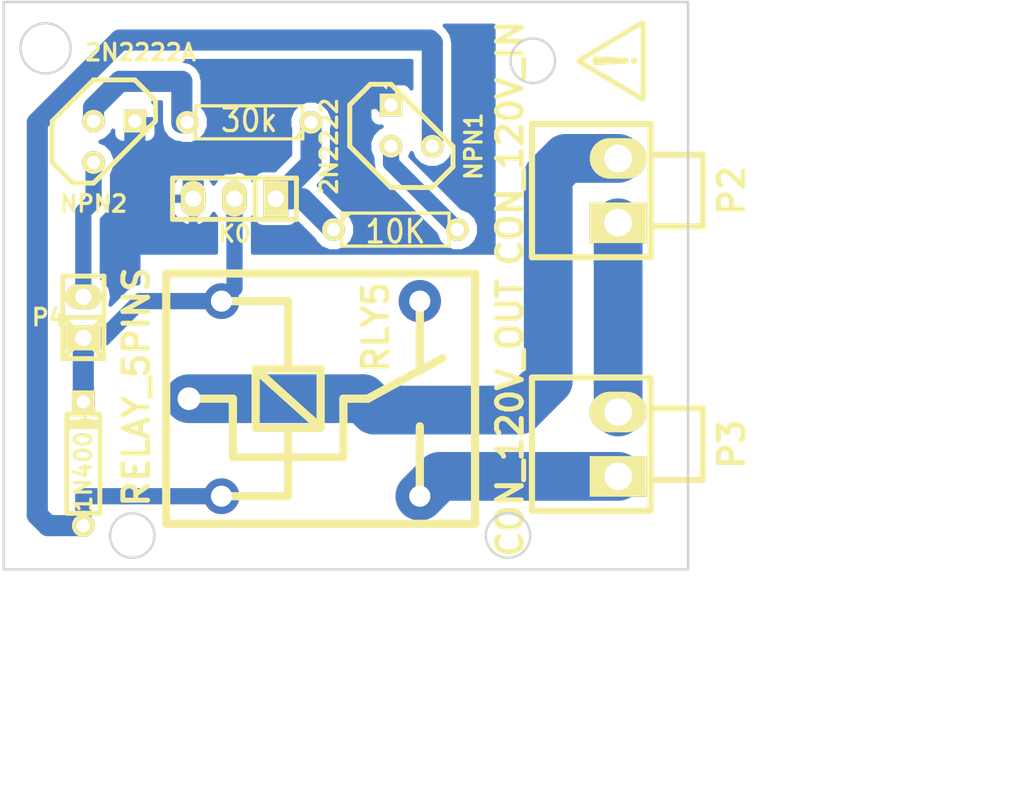
<source format=kicad_pcb>
(kicad_pcb (version 4) (host pcbnew 4.0.2+dfsg1-stable)

  (general
    (links 15)
    (no_connects 0)
    (area 113.424999 25.524999 155.675001 60.575001)
    (thickness 1.6)
    (drawings 10)
    (tracks 54)
    (zones 0)
    (modules 11)
    (nets 11)
  )

  (page A3)
  (layers
    (0 F.Cu signal hide)
    (31 B.Cu signal)
    (32 B.Adhes user)
    (33 F.Adhes user)
    (34 B.Paste user)
    (35 F.Paste user)
    (36 B.SilkS user)
    (37 F.SilkS user)
    (38 B.Mask user)
    (39 F.Mask user)
    (40 Dwgs.User user)
    (41 Cmts.User user)
    (42 Eco1.User user)
    (43 Eco2.User user)
    (44 Edge.Cuts user)
  )

  (setup
    (last_trace_width 1.3)
    (trace_clearance 0.256)
    (zone_clearance 0.508)
    (zone_45_only no)
    (trace_min 0.254)
    (segment_width 0.2)
    (edge_width 0.15)
    (via_size 0.889)
    (via_drill 0.635)
    (via_min_size 0.889)
    (via_min_drill 0.508)
    (uvia_size 0.508)
    (uvia_drill 0.127)
    (uvias_allowed no)
    (uvia_min_size 0.508)
    (uvia_min_drill 0.127)
    (pcb_text_width 0.3)
    (pcb_text_size 1 1)
    (mod_edge_width 0.15)
    (mod_text_size 1 1)
    (mod_text_width 0.15)
    (pad_size 1 1)
    (pad_drill 0.6)
    (pad_to_mask_clearance 0)
    (aux_axis_origin 0 0)
    (visible_elements 7FFFFFFF)
    (pcbplotparams
      (layerselection 0x00030_80000001)
      (usegerberextensions true)
      (excludeedgelayer true)
      (linewidth 0.150000)
      (plotframeref false)
      (viasonmask false)
      (mode 1)
      (useauxorigin false)
      (hpglpennumber 1)
      (hpglpenspeed 20)
      (hpglpendiameter 15)
      (hpglpenoverlay 2)
      (psnegative false)
      (psa4output false)
      (plotreference true)
      (plotvalue true)
      (plotinvisibletext false)
      (padsonsilk false)
      (subtractmaskfromsilk false)
      (outputformat 1)
      (mirror false)
      (drillshape 1)
      (scaleselection 1)
      (outputdirectory ""))
  )

  (net 0 "")
  (net 1 GND)
  (net 2 IN)
  (net 3 N-000001)
  (net 4 N-0000010)
  (net 5 N-0000011)
  (net 6 N-000002)
  (net 7 N-000004)
  (net 8 N-000005)
  (net 9 N-000009)
  (net 10 VCC)

  (net_class Default "This is the default net class."
    (clearance 0.256)
    (trace_width 1.3)
    (via_dia 0.889)
    (via_drill 0.635)
    (uvia_dia 0.508)
    (uvia_drill 0.127)
    (add_net GND)
    (add_net IN)
    (add_net N-000001)
    (add_net N-0000010)
    (add_net N-0000011)
    (add_net N-000002)
    (add_net N-000004)
    (add_net N-000005)
    (add_net N-000009)
    (add_net VCC)
  )

  (module TO92 (layer F.Cu) (tedit 443CFFD1) (tstamp 56B8C2CE)
    (at 138.6 33.2 90)
    (descr "Transistor TO92 brochage type BC237")
    (tags "TR TO92")
    (path /56B55C3A)
    (fp_text reference NPN1 (at -1.27 3.81 90) (layer F.SilkS)
      (effects (font (size 1.016 1.016) (thickness 0.2032)))
    )
    (fp_text value 2N2222 (at -1.27 -5.08 90) (layer F.SilkS)
      (effects (font (size 1.016 1.016) (thickness 0.2032)))
    )
    (fp_line (start -1.27 2.54) (end 2.54 -1.27) (layer F.SilkS) (width 0.3048))
    (fp_line (start 2.54 -1.27) (end 2.54 -2.54) (layer F.SilkS) (width 0.3048))
    (fp_line (start 2.54 -2.54) (end 1.27 -3.81) (layer F.SilkS) (width 0.3048))
    (fp_line (start 1.27 -3.81) (end -1.27 -3.81) (layer F.SilkS) (width 0.3048))
    (fp_line (start -1.27 -3.81) (end -3.81 -1.27) (layer F.SilkS) (width 0.3048))
    (fp_line (start -3.81 -1.27) (end -3.81 1.27) (layer F.SilkS) (width 0.3048))
    (fp_line (start -3.81 1.27) (end -2.54 2.54) (layer F.SilkS) (width 0.3048))
    (fp_line (start -2.54 2.54) (end -1.27 2.54) (layer F.SilkS) (width 0.3048))
    (pad 1 thru_hole rect (at 1.27 -1.27 90) (size 1.397 1.397) (drill 0.8128) (layers *.Cu *.Mask F.SilkS)
      (net 1 GND))
    (pad 2 thru_hole circle (at -1.27 -1.27 90) (size 1.397 1.397) (drill 0.8128) (layers *.Cu *.Mask F.SilkS)
      (net 8 N-000005))
    (pad 3 thru_hole circle (at -1.27 1.27 90) (size 1.397 1.397) (drill 0.8128) (layers *.Cu *.Mask F.SilkS)
      (net 5 N-0000011))
    (model discret/to98.wrl
      (at (xyz 0 0 0))
      (scale (xyz 1 1 1))
      (rotate (xyz 0 0 0))
    )
  )

  (module TO92 (layer F.Cu) (tedit 573F2A55) (tstamp 56BBA9EB)
    (at 120.3 34.2)
    (descr "Transistor TO92 brochage type BC237")
    (tags "TR TO92")
    (path /56B55D28)
    (fp_text reference NPN2 (at -1.27 3.81) (layer F.SilkS)
      (effects (font (size 1.016 1.016) (thickness 0.2032)))
    )
    (fp_text value 2N2222A (at 1.62 -5.498) (layer F.SilkS)
      (effects (font (size 1.016 1.016) (thickness 0.2032)))
    )
    (fp_line (start -1.27 2.54) (end 2.54 -1.27) (layer F.SilkS) (width 0.3048))
    (fp_line (start 2.54 -1.27) (end 2.54 -2.54) (layer F.SilkS) (width 0.3048))
    (fp_line (start 2.54 -2.54) (end 1.27 -3.81) (layer F.SilkS) (width 0.3048))
    (fp_line (start 1.27 -3.81) (end -1.27 -3.81) (layer F.SilkS) (width 0.3048))
    (fp_line (start -1.27 -3.81) (end -3.81 -1.27) (layer F.SilkS) (width 0.3048))
    (fp_line (start -3.81 -1.27) (end -3.81 1.27) (layer F.SilkS) (width 0.3048))
    (fp_line (start -3.81 1.27) (end -2.54 2.54) (layer F.SilkS) (width 0.3048))
    (fp_line (start -2.54 2.54) (end -1.27 2.54) (layer F.SilkS) (width 0.3048))
    (pad 1 thru_hole rect (at 1.27 -1.27) (size 1.397 1.397) (drill 0.8128) (layers *.Cu *.Mask F.SilkS)
      (net 1 GND))
    (pad 2 thru_hole circle (at -1.27 -1.27) (size 1.397 1.397) (drill 0.8128) (layers *.Cu *.Mask F.SilkS)
      (net 7 N-000004))
    (pad 3 thru_hole circle (at -1.27 1.27) (size 1.397 1.397) (drill 0.8128) (layers *.Cu *.Mask F.SilkS)
      (net 6 N-000002))
    (model discret/to98.wrl
      (at (xyz 0 0 0))
      (scale (xyz 1 1 1))
      (rotate (xyz 0 0 0))
    )
  )

  (module relay_hjr-3ff_z (layer F.Cu) (tedit 573F2BBF) (tstamp 56B8C2FB)
    (at 133 50 90)
    (descr "relay, Tianbo HJR-3FF series")
    (path /56B6242E)
    (fp_text reference RLY5 (at 4.407 3.398 90) (layer F.SilkS)
      (effects (font (thickness 0.3048)))
    )
    (fp_text value RELAY_5PINS (at 0.724 -11.334 90) (layer F.SilkS)
      (effects (font (thickness 0.3048)))
    )
    (fp_line (start -7.7 9.5) (end 7.7 9.5) (layer F.SilkS) (width 0.508))
    (fp_line (start -7.7 -9.5) (end -7.7 9.5) (layer F.SilkS) (width 0.508))
    (fp_line (start 7.7 -9.5) (end 7.7 9.5) (layer F.SilkS) (width 0.508))
    (fp_line (start -7.7 -9.5) (end 7.7 -9.5) (layer F.SilkS) (width 0.508))
    (fp_line (start -1.7 6.1) (end -6 6.1) (layer F.SilkS) (width 0.508))
    (fp_line (start 6 6.1) (end 1.7 6.1) (layer F.SilkS) (width 0.508))
    (fp_line (start 0 1.4) (end 0 2.9) (layer F.SilkS) (width 0.508))
    (fp_line (start 0 2.9) (end 2.5 7.5) (layer F.SilkS) (width 0.508))
    (fp_line (start -3.6 1.4) (end -3.6 -5.4) (layer F.SilkS) (width 0.508))
    (fp_line (start 0 1.4) (end -3.6 1.4) (layer F.SilkS) (width 0.508))
    (fp_line (start 0 -8.1) (end 0 -5.4) (layer F.SilkS) (width 0.508))
    (fp_line (start 0 -5.4) (end -3.6 -5.4) (layer F.SilkS) (width 0.508))
    (fp_line (start -6 -6.1) (end -6 -2) (layer F.SilkS) (width 0.508))
    (fp_line (start 6 -6.1) (end 6 -2) (layer F.SilkS) (width 0.508))
    (fp_line (start 6 -2) (end 1.8 -2) (layer F.SilkS) (width 0.508))
    (fp_line (start -1.8 -2) (end -6 -2) (layer F.SilkS) (width 0.508))
    (fp_line (start -1.8 0) (end 1.8 -4) (layer F.SilkS) (width 0.508))
    (fp_line (start -1.8 -4) (end 1.8 -4) (layer F.SilkS) (width 0.508))
    (fp_line (start 1.8 -4) (end 1.8 0) (layer F.SilkS) (width 0.508))
    (fp_line (start 1.8 0) (end -1.8 0) (layer F.SilkS) (width 0.508))
    (fp_line (start -1.8 0) (end -1.8 -4) (layer F.SilkS) (width 0.508))
    (pad 2 thru_hole circle (at -6 -6.1 90) (size 2.2 2.2) (drill 1.3) (layers *.Cu)
      (net 5 N-0000011))
    (pad 3 thru_hole circle (at -6 6.1 90) (size 2.6 2.6) (drill 1.3) (layers *.Cu)
      (net 4 N-0000010))
    (pad 4 thru_hole circle (at 6 6.1 90) (size 2.6 2.6) (drill 1.3) (layers *.Cu))
    (pad 5 thru_hole circle (at 6 -6.1 90) (size 2.2 2.2) (drill 1.3) (layers *.Cu)
      (net 10 VCC))
    (pad 1 thru_hole circle (at 0 -8.1 90) (size 2.8 2.8) (drill 1.4) (layers *.Cu)
      (net 9 N-000009))
    (model walter/relay/relay_HJR-3FF_Z.wrl
      (at (xyz 0 0 0))
      (scale (xyz 1 1 1))
      (rotate (xyz 0 0 0))
    )
  )

  (module R3 (layer F.Cu) (tedit 56B8D273) (tstamp 56B8CECB)
    (at 137.6 39.6)
    (descr "Resitance 3 pas")
    (tags R)
    (path /56B55C5C)
    (autoplace_cost180 10)
    (fp_text reference R1 (at 0 0.127) (layer F.SilkS) hide
      (effects (font (size 1.397 1.27) (thickness 0.2032)))
    )
    (fp_text value 10K (at 0 0.127) (layer F.SilkS)
      (effects (font (size 1.397 1.27) (thickness 0.2032)))
    )
    (fp_line (start -3.81 0) (end -3.302 0) (layer F.SilkS) (width 0.2032))
    (fp_line (start 3.81 0) (end 3.302 0) (layer F.SilkS) (width 0.2032))
    (fp_line (start 3.302 0) (end 3.302 -1.016) (layer F.SilkS) (width 0.2032))
    (fp_line (start 3.302 -1.016) (end -3.302 -1.016) (layer F.SilkS) (width 0.2032))
    (fp_line (start -3.302 -1.016) (end -3.302 1.016) (layer F.SilkS) (width 0.2032))
    (fp_line (start -3.302 1.016) (end 3.302 1.016) (layer F.SilkS) (width 0.2032))
    (fp_line (start 3.302 1.016) (end 3.302 0) (layer F.SilkS) (width 0.2032))
    (fp_line (start -3.302 -0.508) (end -2.794 -1.016) (layer F.SilkS) (width 0.2032))
    (pad 1 thru_hole circle (at -3.81 0) (size 1.397 1.397) (drill 0.8128) (layers *.Cu *.Mask F.SilkS)
      (net 2 IN))
    (pad 2 thru_hole circle (at 3.81 0) (size 1.397 1.397) (drill 0.8128) (layers *.Cu *.Mask F.SilkS)
      (net 8 N-000005))
    (model discret/resistor.wrl
      (at (xyz 0 0 0))
      (scale (xyz 0.3 0.3 0.3))
      (rotate (xyz 0 0 0))
    )
  )

  (module R3 (layer F.Cu) (tedit 56B8CF96) (tstamp 56BBA9FA)
    (at 128.6 33 180)
    (descr "Resitance 3 pas")
    (tags R)
    (path /56B55D5C)
    (autoplace_cost180 10)
    (fp_text reference R2 (at 0 0.127 180) (layer F.SilkS) hide
      (effects (font (size 1.397 1.27) (thickness 0.2032)))
    )
    (fp_text value 30k (at 0 0.127 180) (layer F.SilkS)
      (effects (font (size 1.397 1.27) (thickness 0.2032)))
    )
    (fp_line (start -3.81 0) (end -3.302 0) (layer F.SilkS) (width 0.2032))
    (fp_line (start 3.81 0) (end 3.302 0) (layer F.SilkS) (width 0.2032))
    (fp_line (start 3.302 0) (end 3.302 -1.016) (layer F.SilkS) (width 0.2032))
    (fp_line (start 3.302 -1.016) (end -3.302 -1.016) (layer F.SilkS) (width 0.2032))
    (fp_line (start -3.302 -1.016) (end -3.302 1.016) (layer F.SilkS) (width 0.2032))
    (fp_line (start -3.302 1.016) (end 3.302 1.016) (layer F.SilkS) (width 0.2032))
    (fp_line (start 3.302 1.016) (end 3.302 0) (layer F.SilkS) (width 0.2032))
    (fp_line (start -3.302 -0.508) (end -2.794 -1.016) (layer F.SilkS) (width 0.2032))
    (pad 1 thru_hole circle (at -3.81 0 180) (size 1.397 1.397) (drill 0.8128) (layers *.Cu *.Mask F.SilkS)
      (net 2 IN))
    (pad 2 thru_hole circle (at 3.81 0 180) (size 1.397 1.397) (drill 0.8128) (layers *.Cu *.Mask F.SilkS)
      (net 7 N-000004))
    (model discret/resistor.wrl
      (at (xyz 0 0 0))
      (scale (xyz 0.3 0.3 0.3))
      (rotate (xyz 0 0 0))
    )
  )

  (module pin_socket_3 (layer F.Cu) (tedit 4B90E017) (tstamp 56B8C323)
    (at 127.7 37.7 180)
    (descr "Pin socket 3pin")
    (tags "CONN DEV")
    (path /56B54A31)
    (fp_text reference K0 (at 0 -2.159 180) (layer F.SilkS)
      (effects (font (size 1.016 1.016) (thickness 0.2032)))
    )
    (fp_text value CONN_3 (at 0.254 -3.556 180) (layer F.SilkS) hide
      (effects (font (size 1.016 0.889) (thickness 0.2032)))
    )
    (fp_line (start -1.27 1.27) (end -1.27 -1.27) (layer F.SilkS) (width 0.3048))
    (fp_line (start -3.81 -1.27) (end 3.81 -1.27) (layer F.SilkS) (width 0.3048))
    (fp_line (start 3.81 -1.27) (end 3.81 1.27) (layer F.SilkS) (width 0.3048))
    (fp_line (start 3.81 1.27) (end -3.81 1.27) (layer F.SilkS) (width 0.3048))
    (fp_line (start -3.81 1.27) (end -3.81 -1.27) (layer F.SilkS) (width 0.3048))
    (pad 1 thru_hole rect (at -2.54 0 180) (size 1.524 2.19964) (drill 1.00076) (layers *.Cu *.Mask F.SilkS)
      (net 2 IN))
    (pad 2 thru_hole oval (at 0 0 180) (size 1.524 2.19964) (drill 1.00076) (layers *.Cu *.Mask F.SilkS)
      (net 10 VCC))
    (pad 3 thru_hole oval (at 2.54 0 180) (size 1.524 2.19964) (drill 1.00076) (layers *.Cu *.Mask F.SilkS)
      (net 1 GND))
    (model walter/pin_strip/pin_socket_3.wrl
      (at (xyz 0 0 0))
      (scale (xyz 1 1 1))
      (rotate (xyz 0 0 0))
    )
  )

  (module pin_socket_2 (layer F.Cu) (tedit 56B8D636) (tstamp 56B8CDA0)
    (at 118.4 45 90)
    (descr "Pin socket 2pin")
    (tags "CONN DEV")
    (path /56B55E8F)
    (fp_text reference P4 (at 0 -2.159 180) (layer F.SilkS)
      (effects (font (size 1.016 1.016) (thickness 0.2032)))
    )
    (fp_text value CONN_2 (at 0.254 -3.556 90) (layer F.SilkS) hide
      (effects (font (size 1.016 0.889) (thickness 0.2032)))
    )
    (fp_line (start 0 -1.27) (end 0 1.27) (layer F.SilkS) (width 0.3048))
    (fp_line (start 0 1.27) (end -2.54 -1.27) (layer F.SilkS) (width 0.3048))
    (fp_line (start -2.54 1.27) (end 0 -1.27) (layer F.SilkS) (width 0.3048))
    (fp_line (start 2.54 1.27) (end -2.54 1.27) (layer F.SilkS) (width 0.3048))
    (fp_line (start -2.54 -1.27) (end 2.54 -1.27) (layer F.SilkS) (width 0.3048))
    (fp_line (start -2.54 1.27) (end -2.54 -1.27) (layer F.SilkS) (width 0.3048))
    (fp_line (start 2.54 -1.27) (end 2.54 1.27) (layer F.SilkS) (width 0.3048))
    (pad 1 thru_hole rect (at -1.27 0 90) (size 1.524 2.19964) (drill 1.00076) (layers *.Cu *.Mask F.SilkS)
      (net 10 VCC))
    (pad 2 thru_hole oval (at 1.27 0 90) (size 1.524 2.19964) (drill 1.00076) (layers *.Cu *.Mask F.SilkS)
      (net 6 N-000002))
    (model walter/pin_strip/pin_socket_2.wrl
      (at (xyz 0 0 0))
      (scale (xyz 1 1 1))
      (rotate (xyz 0 0 0))
    )
  )

  (module kk156_26-60-4020 (layer F.Cu) (tedit 572FA149) (tstamp 56B8C33D)
    (at 151.3 52.8 270)
    (descr "2 pin vert. connector, Molex KK156 series")
    (path /56B55B87)
    (fp_text reference P3 (at 0 -7 270) (layer F.SilkS)
      (effects (font (thickness 0.3048)))
    )
    (fp_text value CON_120V_OUT (at -1.619 6.647 270) (layer F.SilkS)
      (effects (font (thickness 0.3048)))
    )
    (fp_line (start -2.2 -2) (end -2.2 -5.2) (layer F.SilkS) (width 0.381))
    (fp_line (start -2.2 -5.2) (end 2.2 -5.2) (layer F.SilkS) (width 0.381))
    (fp_line (start 2.2 -5.2) (end 2.2 -2) (layer F.SilkS) (width 0.381))
    (fp_line (start -4.1 5.3) (end 4.1 5.3) (layer F.SilkS) (width 0.381))
    (fp_line (start -4.1 -2) (end 4.1 -2) (layer F.SilkS) (width 0.381))
    (fp_line (start 4.1 -2) (end 4.1 5.3) (layer F.SilkS) (width 0.381))
    (fp_line (start -4.1 5.3) (end -4.1 -2) (layer F.SilkS) (width 0.381))
    (pad 2 thru_hole oval (at -1.98 0 270) (size 2.5 3.5) (drill 1.7) (layers *.Cu *.Mask F.SilkS)
      (net 3 N-000001))
    (pad 1 thru_hole rect (at 1.98 0 270) (size 2.5 3.5) (drill 1.7) (layers *.Cu *.Mask F.SilkS)
      (net 4 N-0000010))
    (model walter/conn_kk156/26-60-4020.wrl
      (at (xyz 0 0 0))
      (scale (xyz 1 1 1))
      (rotate (xyz 0 0 0))
    )
  )

  (module kk156_26-60-4020 (layer F.Cu) (tedit 572FA141) (tstamp 56B8C85A)
    (at 151.3 37.2 270)
    (descr "2 pin vert. connector, Molex KK156 series")
    (path /56B55B96)
    (fp_text reference P2 (at 0 -7 270) (layer F.SilkS)
      (effects (font (thickness 0.3048)))
    )
    (fp_text value CON_120V_IN (at -2.91 6.647 270) (layer F.SilkS)
      (effects (font (thickness 0.3048)))
    )
    (fp_line (start -2.2 -2) (end -2.2 -5.2) (layer F.SilkS) (width 0.381))
    (fp_line (start -2.2 -5.2) (end 2.2 -5.2) (layer F.SilkS) (width 0.381))
    (fp_line (start 2.2 -5.2) (end 2.2 -2) (layer F.SilkS) (width 0.381))
    (fp_line (start -4.1 5.3) (end 4.1 5.3) (layer F.SilkS) (width 0.381))
    (fp_line (start -4.1 -2) (end 4.1 -2) (layer F.SilkS) (width 0.381))
    (fp_line (start 4.1 -2) (end 4.1 5.3) (layer F.SilkS) (width 0.381))
    (fp_line (start -4.1 5.3) (end -4.1 -2) (layer F.SilkS) (width 0.381))
    (pad 2 thru_hole oval (at -1.98 0 270) (size 2.5 3.5) (drill 1.7) (layers *.Cu *.Mask F.SilkS)
      (net 9 N-000009))
    (pad 1 thru_hole rect (at 1.98 0 270) (size 2.5 3.5) (drill 1.7) (layers *.Cu *.Mask F.SilkS)
      (net 3 N-000001))
    (model walter/conn_kk156/26-60-4020.wrl
      (at (xyz 0 0 0))
      (scale (xyz 1 1 1))
      (rotate (xyz 0 0 0))
    )
  )

  (module D3 (layer F.Cu) (tedit 56B8CD32) (tstamp 56B8D15C)
    (at 118.4 54 90)
    (descr "Diode 3 pas")
    (tags "DIODE DEV")
    (path /56B54D12)
    (fp_text reference 1N4004 (at 0 0 90) (layer F.SilkS)
      (effects (font (size 1.016 1.016) (thickness 0.2032)))
    )
    (fp_text value DIODE (at 0 0 90) (layer F.SilkS) hide
      (effects (font (size 1.016 1.016) (thickness 0.2032)))
    )
    (fp_line (start 3.81 0) (end 3.048 0) (layer F.SilkS) (width 0.3048))
    (fp_line (start 3.048 0) (end 3.048 -1.016) (layer F.SilkS) (width 0.3048))
    (fp_line (start 3.048 -1.016) (end -3.048 -1.016) (layer F.SilkS) (width 0.3048))
    (fp_line (start -3.048 -1.016) (end -3.048 0) (layer F.SilkS) (width 0.3048))
    (fp_line (start -3.048 0) (end -3.81 0) (layer F.SilkS) (width 0.3048))
    (fp_line (start -3.048 0) (end -3.048 1.016) (layer F.SilkS) (width 0.3048))
    (fp_line (start -3.048 1.016) (end 3.048 1.016) (layer F.SilkS) (width 0.3048))
    (fp_line (start 3.048 1.016) (end 3.048 0) (layer F.SilkS) (width 0.3048))
    (fp_line (start 2.54 -1.016) (end 2.54 1.016) (layer F.SilkS) (width 0.3048))
    (fp_line (start 2.286 1.016) (end 2.286 -1.016) (layer F.SilkS) (width 0.3048))
    (pad 2 thru_hole rect (at 3.81 0 90) (size 1.397 1.397) (drill 0.8128) (layers *.Cu *.Mask F.SilkS)
      (net 10 VCC))
    (pad 1 thru_hole circle (at -3.81 0 90) (size 1.397 1.397) (drill 0.8128) (layers *.Cu *.Mask F.SilkS)
      (net 5 N-0000011))
    (model discret/diode.wrl
      (at (xyz 0 0 0))
      (scale (xyz 0.3 0.3 0.3))
      (rotate (xyz 0 0 0))
    )
  )

  (module Logo_silk_warning_5x4.2mm (layer F.Cu) (tedit 5269A328) (tstamp 56BBCF8D)
    (at 150.876 29.21 90)
    (descr "Warning logo, 5x4.2mm")
    (fp_text reference G*** (at -0.9 1.4 90) (layer F.SilkS) hide
      (effects (font (size 0.0889 0.0889) (thickness 0.01778)))
    )
    (fp_text value LOGO (at 1.1 1.4 90) (layer F.SilkS) hide
      (effects (font (size 0.0889 0.0889) (thickness 0.01778)))
    )
    (fp_line (start -0.1 1) (end -0.1 -1) (layer F.SilkS) (width 0.15))
    (fp_line (start 0 -1) (end 0 1) (layer F.SilkS) (width 0.15))
    (fp_line (start 0.1 1) (end 0.1 -1) (layer F.SilkS) (width 0.15))
    (fp_line (start -0.2 -1) (end 0 -1.1) (layer F.SilkS) (width 0.15))
    (fp_line (start 0 -1.1) (end 0.2 -1) (layer F.SilkS) (width 0.15))
    (fp_circle (center 0 1.4) (end -0.1 1.4) (layer F.SilkS) (width 0.2))
    (fp_line (start -0.2 -1) (end -0.1 1) (layer F.SilkS) (width 0.15))
    (fp_line (start -0.1 1) (end 0.1 1) (layer F.SilkS) (width 0.15))
    (fp_line (start 0.1 1) (end 0.2 -1) (layer F.SilkS) (width 0.15))
    (fp_line (start 0.2 -1) (end -0.2 -1) (layer F.SilkS) (width 0.15))
    (fp_poly (pts (xy 2.49936 1.85928) (xy 2.49682 1.91008) (xy 2.49174 1.95834) (xy 2.47904 2.00406)
      (xy 2.45872 2.04216) (xy 2.44856 2.0574) (xy 2.43586 2.0701) (xy 2.42316 2.0828)
      (xy 2.40538 2.09296) (xy 2.3876 2.10312) (xy 2.34442 2.1209) (xy 2.11074 2.1209)
      (xy 2.11074 1.8034) (xy 2.10566 1.79578) (xy 2.09804 1.78308) (xy 2.08788 1.7653)
      (xy 2.07264 1.74244) (xy 2.06502 1.72974) (xy 2.05486 1.7145) (xy 2.04978 1.70434)
      (xy 2.04216 1.69164) (xy 2.03454 1.68148) (xy 2.02692 1.67132) (xy 2.0193 1.65862)
      (xy 2.01168 1.64592) (xy 2.00152 1.62814) (xy 1.98882 1.60782) (xy 1.97612 1.58496)
      (xy 1.95834 1.55702) (xy 1.93802 1.524) (xy 1.91516 1.4859) (xy 1.88722 1.44018)
      (xy 1.85674 1.38684) (xy 1.82372 1.33096) (xy 1.79324 1.2827) (xy 1.76784 1.23698)
      (xy 1.74244 1.19634) (xy 1.71958 1.15824) (xy 1.69926 1.12268) (xy 1.68148 1.09474)
      (xy 1.66878 1.07442) (xy 1.65862 1.05918) (xy 1.65354 1.05156) (xy 1.64846 1.0414)
      (xy 1.6383 1.02362) (xy 1.6256 1.0033) (xy 1.61036 0.97536) (xy 1.59258 0.94742)
      (xy 1.58496 0.93218) (xy 1.5621 0.89662) (xy 1.53924 0.85852) (xy 1.51384 0.81788)
      (xy 1.49352 0.77978) (xy 1.4732 0.74676) (xy 1.4732 0.74422) (xy 1.45288 0.71374)
      (xy 1.4351 0.68072) (xy 1.41732 0.65024) (xy 1.39954 0.62484) (xy 1.38938 0.60452)
      (xy 1.37668 0.5842) (xy 1.3589 0.55626) (xy 1.34112 0.52578) (xy 1.32334 0.49276)
      (xy 1.30302 0.45974) (xy 1.30302 0.45974) (xy 1.2827 0.42418) (xy 1.25984 0.38608)
      (xy 1.23444 0.3429) (xy 1.20904 0.30226) (xy 1.18872 0.2667) (xy 1.1684 0.23368)
      (xy 1.14554 0.19304) (xy 1.12014 0.14986) (xy 1.09474 0.10668) (xy 1.06934 0.06604)
      (xy 1.05918 0.04826) (xy 1.03632 0.01016) (xy 1.01092 -0.02794) (xy 0.98552 -0.07112)
      (xy 0.96266 -0.11176) (xy 0.9398 -0.14986) (xy 0.93218 -0.1651) (xy 0.9144 -0.19304)
      (xy 0.89662 -0.22098) (xy 0.88392 -0.24384) (xy 0.87122 -0.26416) (xy 0.8636 -0.27686)
      (xy 0.8636 -0.2794) (xy 0.85598 -0.28956) (xy 0.84582 -0.30734) (xy 0.83312 -0.32766)
      (xy 0.81788 -0.35306) (xy 0.80772 -0.37084) (xy 0.79248 -0.39878) (xy 0.77724 -0.42164)
      (xy 0.76454 -0.44196) (xy 0.75692 -0.4572) (xy 0.75184 -0.46482) (xy 0.74676 -0.47498)
      (xy 0.7366 -0.49022) (xy 0.7239 -0.51308) (xy 0.70866 -0.53848) (xy 0.69088 -0.56642)
      (xy 0.68326 -0.57912) (xy 0.66294 -0.61468) (xy 0.63754 -0.65532) (xy 0.61214 -0.6985)
      (xy 0.58674 -0.74168) (xy 0.56642 -0.77978) (xy 0.56388 -0.77978) (xy 0.5461 -0.81026)
      (xy 0.52832 -0.84074) (xy 0.51308 -0.86614) (xy 0.50038 -0.889) (xy 0.49022 -0.90424)
      (xy 0.48768 -0.90932) (xy 0.47752 -0.92456) (xy 0.46482 -0.94742) (xy 0.44704 -0.9779)
      (xy 0.42672 -1.01346) (xy 0.40132 -1.05156) (xy 0.37592 -1.09728) (xy 0.34798 -1.143)
      (xy 0.3175 -1.19126) (xy 0.28702 -1.24206) (xy 0.25908 -1.29032) (xy 0.2286 -1.33858)
      (xy 0.20066 -1.38684) (xy 0.17272 -1.43002) (xy 0.14986 -1.47066) (xy 0.127 -1.50622)
      (xy 0.10922 -1.5367) (xy 0.10668 -1.53924) (xy 0.08636 -1.57226) (xy 0.06604 -1.60274)
      (xy 0.04826 -1.63322) (xy 0.03048 -1.65862) (xy 0.0127 -1.68148) (xy 0.00254 -1.69926)
      (xy -0.00508 -1.71196) (xy -0.01016 -1.71704) (xy -0.0127 -1.71196) (xy -0.02032 -1.69926)
      (xy -0.03302 -1.68148) (xy -0.0508 -1.65354) (xy -0.07112 -1.62052) (xy -0.09398 -1.57988)
      (xy -0.12192 -1.53416) (xy -0.1524 -1.4859) (xy -0.18542 -1.43002) (xy -0.21844 -1.3716)
      (xy -0.25654 -1.3081) (xy -0.29464 -1.2446) (xy -0.33528 -1.17602) (xy -0.3556 -1.14046)
      (xy -0.36322 -1.1303) (xy -0.37592 -1.10998) (xy -0.38862 -1.08712) (xy -0.4064 -1.05664)
      (xy -0.42418 -1.02616) (xy -0.4445 -0.99314) (xy -0.52832 -0.8509) (xy -0.6096 -0.71374)
      (xy -0.68834 -0.5842) (xy -0.762 -0.4572) (xy -0.83566 -0.33274) (xy -0.90678 -0.21082)
      (xy -0.9271 -0.17526) (xy -0.94742 -0.14478) (xy -0.9652 -0.1143) (xy -0.98044 -0.08636)
      (xy -0.99568 -0.0635) (xy -1.00584 -0.04572) (xy -1.00838 -0.04064) (xy -1.016 -0.02794)
      (xy -1.0287 -0.00508) (xy -1.04394 0.01778) (xy -1.06172 0.04826) (xy -1.08204 0.08128)
      (xy -1.09474 0.10414) (xy -1.11506 0.13716) (xy -1.13284 0.16764) (xy -1.15062 0.19812)
      (xy -1.16586 0.22352) (xy -1.17856 0.2413) (xy -1.18364 0.25146) (xy -1.1938 0.26924)
      (xy -1.20904 0.2921) (xy -1.22428 0.32004) (xy -1.23952 0.34544) (xy -1.24206 0.35052)
      (xy -1.26492 0.39116) (xy -1.29032 0.4318) (xy -1.31318 0.47244) (xy -1.33604 0.51308)
      (xy -1.3589 0.5461) (xy -1.37414 0.57404) (xy -1.38176 0.5842) (xy -1.39446 0.60706)
      (xy -1.40716 0.62992) (xy -1.41732 0.6477) (xy -1.41986 0.65024) (xy -1.42494 0.66294)
      (xy -1.43764 0.68326) (xy -1.45542 0.7112) (xy -1.47574 0.74676) (xy -1.50114 0.78994)
      (xy -1.53162 0.84074) (xy -1.56464 0.89916) (xy -1.60274 0.96012) (xy -1.64338 1.03124)
      (xy -1.6891 1.1049) (xy -1.6891 1.10744) (xy -1.71196 1.14808) (xy -1.73736 1.18872)
      (xy -1.76276 1.2319) (xy -1.78562 1.27254) (xy -1.80848 1.31064) (xy -1.82118 1.33096)
      (xy -1.8415 1.36398) (xy -1.85928 1.397) (xy -1.8796 1.43002) (xy -1.89484 1.45796)
      (xy -1.91008 1.48082) (xy -1.91262 1.48336) (xy -1.92532 1.50876) (xy -1.94056 1.53162)
      (xy -1.95072 1.55194) (xy -1.96088 1.56718) (xy -1.9812 1.60274) (xy -2.00152 1.63576)
      (xy -2.02184 1.67132) (xy -2.03962 1.70434) (xy -2.0574 1.73228) (xy -2.07264 1.75768)
      (xy -2.08534 1.778) (xy -2.09296 1.79324) (xy -2.09804 1.79832) (xy -2.09804 1.79832)
      (xy -2.10312 1.80594) (xy -2.10312 1.80848) (xy -2.09804 1.80848) (xy -2.0828 1.80848)
      (xy -2.05994 1.80848) (xy -2.02692 1.80848) (xy -1.98374 1.80848) (xy -1.93294 1.81102)
      (xy -1.87706 1.81102) (xy -1.81102 1.81102) (xy -1.73736 1.81102) (xy -1.65608 1.81102)
      (xy -1.56972 1.81102) (xy -1.47574 1.81102) (xy -1.37668 1.81102) (xy -1.27 1.81102)
      (xy -1.15824 1.81102) (xy -1.04394 1.81102) (xy -0.92202 1.81102) (xy -0.79756 1.81102)
      (xy -0.66802 1.81102) (xy -0.53594 1.81102) (xy -0.39878 1.81102) (xy -0.25908 1.81102)
      (xy -0.1143 1.81102) (xy 0.00508 1.81102) (xy 0.1778 1.81102) (xy 0.3429 1.81102)
      (xy 0.4953 1.81102) (xy 0.64008 1.81102) (xy 0.77724 1.81102) (xy 0.90424 1.81102)
      (xy 1.02362 1.81102) (xy 1.13538 1.81102) (xy 1.23952 1.81102) (xy 1.33604 1.81102)
      (xy 1.42494 1.81102) (xy 1.50622 1.81102) (xy 1.58242 1.81102) (xy 1.651 1.81102)
      (xy 1.71196 1.81102) (xy 1.77038 1.81102) (xy 1.82118 1.81102) (xy 1.8669 1.81102)
      (xy 1.90754 1.81102) (xy 1.9431 1.81102) (xy 1.97612 1.81102) (xy 2.00406 1.80848)
      (xy 2.02692 1.80848) (xy 2.04724 1.80848) (xy 2.06248 1.80848) (xy 2.07772 1.80848)
      (xy 2.08788 1.80848) (xy 2.0955 1.80594) (xy 2.10312 1.80594) (xy 2.10566 1.80594)
      (xy 2.1082 1.80594) (xy 2.11074 1.8034) (xy 2.11074 1.8034) (xy 2.11074 2.1209)
      (xy 0.01016 2.12344) (xy -2.32156 2.12598) (xy -2.36474 2.1082) (xy -2.40792 2.08788)
      (xy -2.44094 2.05994) (xy -2.46634 2.02946) (xy -2.48412 1.99136) (xy -2.49428 1.94564)
      (xy -2.49936 1.89992) (xy -2.49936 1.88468) (xy -2.49682 1.87452) (xy -2.49682 1.86436)
      (xy -2.49428 1.85166) (xy -2.4892 1.83896) (xy -2.48158 1.82372) (xy -2.46888 1.8034)
      (xy -2.45618 1.778) (xy -2.43586 1.74752) (xy -2.4257 1.72974) (xy -2.41046 1.7018)
      (xy -2.39268 1.67386) (xy -2.37998 1.64846) (xy -2.36728 1.63068) (xy -2.35966 1.61798)
      (xy -2.35204 1.6002) (xy -2.3368 1.57734) (xy -2.32156 1.5494) (xy -2.30378 1.51892)
      (xy -2.28346 1.48336) (xy -2.26314 1.45034) (xy -2.24282 1.41732) (xy -2.24028 1.41224)
      (xy -2.22758 1.39192) (xy -2.21488 1.36906) (xy -2.1971 1.34112) (xy -2.17932 1.31064)
      (xy -2.16154 1.28016) (xy -2.14122 1.24714) (xy -2.11836 1.2065) (xy -2.0955 1.16586)
      (xy -2.07264 1.12776) (xy -2.0574 1.10236) (xy -2.03962 1.07188) (xy -2.0193 1.03632)
      (xy -1.99898 1.0033) (xy -1.9812 0.97282) (xy -1.9685 0.94996) (xy -1.95326 0.92456)
      (xy -1.93548 0.89408) (xy -1.91516 0.86106) (xy -1.89484 0.82804) (xy -1.87706 0.79502)
      (xy -1.85674 0.76454) (xy -1.83896 0.73152) (xy -1.81864 0.6985) (xy -1.8034 0.6731)
      (xy -1.7907 0.65024) (xy -1.7907 0.65024) (xy -1.78308 0.63754) (xy -1.77546 0.62484)
      (xy -1.7653 0.60706) (xy -1.75514 0.58928) (xy -1.7399 0.56896) (xy -1.72466 0.54102)
      (xy -1.70688 0.51054) (xy -1.68656 0.47752) (xy -1.6637 0.43434) (xy -1.63576 0.38862)
      (xy -1.60274 0.33528) (xy -1.56718 0.27432) (xy -1.52654 0.2032) (xy -1.524 0.20066)
      (xy -1.50114 0.16256) (xy -1.47828 0.127) (xy -1.45796 0.0889) (xy -1.43764 0.05842)
      (xy -1.4224 0.03048) (xy -1.4097 0.00762) (xy -1.40462 0) (xy -1.39446 -0.01524)
      (xy -1.37922 -0.0381) (xy -1.36144 -0.06858) (xy -1.34112 -0.10414) (xy -1.3208 -0.1397)
      (xy -1.29794 -0.18034) (xy -1.27762 -0.21336) (xy -1.23444 -0.28448) (xy -1.19634 -0.35052)
      (xy -1.15824 -0.41402) (xy -1.12268 -0.47498) (xy -1.08966 -0.52832) (xy -1.05918 -0.57912)
      (xy -1.03378 -0.6223) (xy -1.01346 -0.65532) (xy -1.0033 -0.67564) (xy -0.99314 -0.69088)
      (xy -0.98044 -0.71628) (xy -0.96266 -0.74422) (xy -0.9398 -0.77978) (xy -0.91694 -0.82042)
      (xy -0.89408 -0.86106) (xy -0.86868 -0.90424) (xy -0.84836 -0.93472) (xy -0.82296 -0.98044)
      (xy -0.79502 -1.02616) (xy -0.76962 -1.06934) (xy -0.74422 -1.11252) (xy -0.72136 -1.15062)
      (xy -0.70104 -1.18364) (xy -0.6858 -1.21158) (xy -0.67818 -1.22428) (xy -0.6604 -1.25476)
      (xy -0.64008 -1.29032) (xy -0.61976 -1.32588) (xy -0.59944 -1.35636) (xy -0.58928 -1.37414)
      (xy -0.57404 -1.39954) (xy -0.55626 -1.43256) (xy -0.53594 -1.46558) (xy -0.51562 -1.50114)
      (xy -0.50038 -1.52654) (xy -0.46228 -1.5875) (xy -0.4318 -1.64338) (xy -0.40132 -1.69418)
      (xy -0.37592 -1.73736) (xy -0.3556 -1.77292) (xy -0.33782 -1.80086) (xy -0.32766 -1.82118)
      (xy -0.32004 -1.83134) (xy -0.31242 -1.84404) (xy -0.29972 -1.86436) (xy -0.28702 -1.88722)
      (xy -0.27178 -1.91262) (xy -0.26924 -1.9177) (xy -0.24638 -1.95834) (xy -0.22606 -1.98882)
      (xy -0.21082 -2.01422) (xy -0.19558 -2.03454) (xy -0.18288 -2.04978) (xy -0.17018 -2.06248)
      (xy -0.15494 -2.07264) (xy -0.1397 -2.0828) (xy -0.12192 -2.09042) (xy -0.09906 -2.09804)
      (xy -0.09652 -2.10058) (xy -0.07366 -2.1082) (xy -0.05842 -2.11328) (xy -0.04318 -2.11582)
      (xy -0.02794 -2.11582) (xy -0.00508 -2.11582) (xy 0.03556 -2.11074) (xy 0.07366 -2.10058)
      (xy 0.11176 -2.0828) (xy 0.14478 -2.0574) (xy 0.17526 -2.02438) (xy 0.20574 -1.98374)
      (xy 0.23622 -1.93294) (xy 0.25146 -1.90246) (xy 0.25908 -1.88976) (xy 0.26924 -1.86944)
      (xy 0.28448 -1.8415) (xy 0.30226 -1.81102) (xy 0.32512 -1.77546) (xy 0.34798 -1.73482)
      (xy 0.37084 -1.69418) (xy 0.39624 -1.65354) (xy 0.42164 -1.61036) (xy 0.4445 -1.56972)
      (xy 0.46736 -1.53416) (xy 0.47498 -1.52146) (xy 0.48768 -1.4986) (xy 0.50292 -1.4732)
      (xy 0.5207 -1.44272) (xy 0.54102 -1.4097) (xy 0.56134 -1.37668) (xy 0.56134 -1.37414)
      (xy 0.58928 -1.33096) (xy 0.61976 -1.27762) (xy 0.65532 -1.2192) (xy 0.69342 -1.15316)
      (xy 0.73914 -1.0795) (xy 0.7874 -0.99822) (xy 0.8382 -0.9144) (xy 0.89154 -0.82296)
      (xy 0.94996 -0.72644) (xy 1.01092 -0.62484) (xy 1.07442 -0.5207) (xy 1.14046 -0.41148)
      (xy 1.20904 -0.29718) (xy 1.27762 -0.18288) (xy 1.34874 -0.06604) (xy 1.41986 0.0508)
      (xy 1.43764 0.08128) (xy 1.47066 0.13462) (xy 1.50368 0.1905) (xy 1.54178 0.25146)
      (xy 1.57734 0.31242) (xy 1.61544 0.37592) (xy 1.65354 0.43688) (xy 1.69164 0.49784)
      (xy 1.72466 0.55626) (xy 1.75768 0.6096) (xy 1.78816 0.65786) (xy 1.81356 0.70104)
      (xy 1.82626 0.72644) (xy 1.86944 0.79756) (xy 1.90754 0.86106) (xy 1.9431 0.91694)
      (xy 1.97612 0.97028) (xy 2.00406 1.02108) (xy 2.03454 1.0668) (xy 2.06248 1.11252)
      (xy 2.09042 1.15824) (xy 2.11836 1.2065) (xy 2.1463 1.25222) (xy 2.1971 1.3335)
      (xy 2.24282 1.4097) (xy 2.28346 1.47574) (xy 2.32156 1.53924) (xy 2.35204 1.59258)
      (xy 2.38252 1.64338) (xy 2.40792 1.6891) (xy 2.43078 1.72974) (xy 2.4511 1.76784)
      (xy 2.46888 1.79832) (xy 2.49936 1.85928) (xy 2.49936 1.85928)) (layer F.SilkS) (width 0.00254))
  )

  (gr_circle (center 121.412 58.42) (end 122.682 57.912) (layer Edge.Cuts) (width 0.15))
  (gr_circle (center 146.05 29.21) (end 144.78 28.702) (layer Edge.Cuts) (width 0.15))
  (gr_circle (center 116.078 28.448) (end 117.602 28.702) (layer Edge.Cuts) (width 0.15))
  (gr_circle (center 144.526 58.42) (end 143.256 57.912) (layer Edge.Cuts) (width 0.15))
  (dimension 34.900143 (width 0.25) (layer Dwgs.User)
    (gr_text 34,900mm (at 174.555869 43.103026 89.83582916) (layer Dwgs.User)
      (effects (font (size 1 1) (thickness 0.25)))
    )
    (feature1 (pts (xy 156 60.5) (xy 175.505865 60.555891)))
    (feature2 (pts (xy 156.1 25.6) (xy 175.605865 25.655891)))
    (crossbar (pts (xy 173.605874 25.650161) (xy 173.505874 60.550161)))
    (arrow1a (pts (xy 173.505874 60.550161) (xy 172.922684 59.421982)))
    (arrow1b (pts (xy 173.505874 60.550161) (xy 174.09552 59.425343)))
    (arrow2a (pts (xy 173.605874 25.650161) (xy 173.016228 26.774979)))
    (arrow2b (pts (xy 173.605874 25.650161) (xy 174.189064 26.77834)))
  )
  (dimension 42.200118 (width 0.25) (layer Dwgs.User)
    (gr_text 42,200mm (at 134.531759 74.752297 0.1357717352) (layer Dwgs.User)
      (effects (font (size 1 1) (thickness 0.25)))
    )
    (feature1 (pts (xy 155.6 61.3) (xy 155.634129 75.702294)))
    (feature2 (pts (xy 113.4 61.4) (xy 113.434129 75.802294)))
    (crossbar (pts (xy 113.42939 73.8023) (xy 155.62939 73.7023)))
    (arrow1a (pts (xy 155.62939 73.7023) (xy 154.50428 74.291388)))
    (arrow1b (pts (xy 155.62939 73.7023) (xy 154.5015 73.118551)))
    (arrow2a (pts (xy 113.42939 73.8023) (xy 114.55728 74.386049)))
    (arrow2b (pts (xy 113.42939 73.8023) (xy 114.5545 73.213212)))
  )
  (gr_line (start 113.5 60.5) (end 155.6 60.5) (angle 90) (layer Edge.Cuts) (width 0.15))
  (gr_line (start 113.5 25.6) (end 113.5 60.5) (angle 90) (layer Edge.Cuts) (width 0.15))
  (gr_line (start 155.6 25.6) (end 113.5 25.6) (angle 90) (layer Edge.Cuts) (width 0.15))
  (gr_line (start 155.6 60.5) (end 155.6 25.6) (angle 90) (layer Edge.Cuts) (width 0.15))

  (segment (start 125.16 37.7) (end 125.16 35.56) (width 1.3) (layer B.Cu) (net 1))
  (segment (start 125.222 35.814) (end 125.222 35.56) (width 1.3) (layer B.Cu) (net 1) (tstamp 573F2B77))
  (segment (start 125.222 35.622) (end 125.222 35.814) (width 1.3) (layer B.Cu) (net 1) (tstamp 573F2B76))
  (segment (start 125.16 35.56) (end 125.222 35.622) (width 1.3) (layer B.Cu) (net 1) (tstamp 573F2B75))
  (segment (start 137.33 31.93) (end 137.086 31.93) (width 1.3) (layer B.Cu) (net 1))
  (segment (start 137.086 31.93) (end 135.89 30.734) (width 1.3) (layer B.Cu) (net 1) (tstamp 573F2B56))
  (segment (start 135.89 30.734) (end 128.016 30.734) (width 1.3) (layer B.Cu) (net 1) (tstamp 573F2B5E))
  (segment (start 128.016 30.734) (end 128.016 35.052) (width 1.3) (layer B.Cu) (net 1) (tstamp 573F2B62))
  (segment (start 128.016 35.052) (end 127.508 35.56) (width 1.3) (layer B.Cu) (net 1) (tstamp 573F2B66))
  (segment (start 127.508 35.56) (end 125.222 35.56) (width 1.3) (layer B.Cu) (net 1) (tstamp 573F2B68))
  (segment (start 125.222 35.56) (end 121.666 35.56) (width 1.3) (layer B.Cu) (net 1) (tstamp 573F2B78))
  (segment (start 121.666 35.56) (end 121.57 35.464) (width 1.3) (layer B.Cu) (net 1) (tstamp 573F2B6C))
  (segment (start 121.57 35.464) (end 121.57 32.93) (width 1.3) (layer B.Cu) (net 1) (tstamp 573F2B6F))
  (segment (start 130.24 37.7) (end 131.89 37.7) (width 1.3) (layer B.Cu) (net 2))
  (segment (start 131.89 37.7) (end 133.79 39.6) (width 1.3) (layer B.Cu) (net 2) (tstamp 56BBC059))
  (segment (start 132.41 33) (end 132.41 35.53) (width 1.3) (layer B.Cu) (net 2))
  (segment (start 132.41 35.53) (end 130.24 37.7) (width 1.3) (layer B.Cu) (net 2) (tstamp 56BBC055))
  (segment (start 151.3 39.18) (end 151.3 50.82) (width 3) (layer B.Cu) (net 3))
  (segment (start 151.3 54.78) (end 140.32 54.78) (width 3) (layer B.Cu) (net 4))
  (segment (start 140.32 54.78) (end 139.1 56) (width 3) (layer B.Cu) (net 4) (tstamp 56BBBC66))
  (segment (start 118.4 57.81) (end 116.23 57.81) (width 1.3) (layer B.Cu) (net 5))
  (segment (start 139.87 28.11) (end 139.87 34.47) (width 1.3) (layer B.Cu) (net 5) (tstamp 573F26C3))
  (segment (start 139.7 27.94) (end 139.87 28.11) (width 1.3) (layer B.Cu) (net 5) (tstamp 573F26C1))
  (segment (start 120.65 27.94) (end 139.7 27.94) (width 1.3) (layer B.Cu) (net 5) (tstamp 573F26BC))
  (segment (start 115.57 33.02) (end 120.65 27.94) (width 1.3) (layer B.Cu) (net 5) (tstamp 573F26B8))
  (segment (start 115.57 57.15) (end 115.57 33.02) (width 1.3) (layer B.Cu) (net 5) (tstamp 573F26B6))
  (segment (start 116.23 57.81) (end 115.57 57.15) (width 1.3) (layer B.Cu) (net 5) (tstamp 573F26B3))
  (segment (start 118.4 57.81) (end 118.4 56) (width 1) (layer B.Cu) (net 5))
  (segment (start 118.4 56) (end 120.8 56) (width 1) (layer B.Cu) (net 5) (tstamp 56BBBD98))
  (segment (start 120.8 56) (end 121.1 56) (width 1) (layer B.Cu) (net 5) (tstamp 56BBBFE4))
  (segment (start 121.1 56) (end 126.9 56) (width 1) (layer B.Cu) (net 5) (tstamp 56BBBEE7))
  (segment (start 119.03 35.47) (end 119.03 37.87) (width 1) (layer B.Cu) (net 6))
  (segment (start 118.4 38.5) (end 118.4 43.73) (width 1) (layer B.Cu) (net 6) (tstamp 56BBBEAC))
  (segment (start 119.03 37.87) (end 118.4 38.5) (width 1) (layer B.Cu) (net 6) (tstamp 56BBBEAB))
  (segment (start 119.03 32.93) (end 119.03 32.1) (width 1.3) (layer B.Cu) (net 7))
  (segment (start 124.46 30.48) (end 124.46 33.02) (width 1.3) (layer B.Cu) (net 7) (tstamp 573F268E))
  (segment (start 120.65 30.48) (end 124.46 30.48) (width 1.3) (layer B.Cu) (net 7) (tstamp 573F268D))
  (segment (start 119.03 32.1) (end 120.65 30.48) (width 1.3) (layer B.Cu) (net 7) (tstamp 573F268B))
  (segment (start 124.46 33.02) (end 124.79 33) (width 1.3) (layer B.Cu) (net 7) (tstamp 573F2693))
  (segment (start 137.33 34.47) (end 137.33 35.52) (width 1) (layer B.Cu) (net 8))
  (segment (start 137.33 35.52) (end 141.41 39.6) (width 1) (layer B.Cu) (net 8) (tstamp 56BBBF63))
  (segment (start 124.9 50) (end 135.6 50) (width 3) (layer B.Cu) (net 9))
  (segment (start 148.08 35.22) (end 151.3 35.22) (width 3) (layer B.Cu) (net 9) (tstamp 56BBC027))
  (segment (start 147 36.3) (end 148.08 35.22) (width 3) (layer B.Cu) (net 9) (tstamp 56BBC024))
  (segment (start 147 48.9) (end 147 36.3) (width 3) (layer B.Cu) (net 9) (tstamp 56BBC019))
  (segment (start 145.2 50.7) (end 147 48.9) (width 3) (layer B.Cu) (net 9) (tstamp 56BBC017))
  (segment (start 136.3 50.7) (end 145.2 50.7) (width 3) (layer B.Cu) (net 9) (tstamp 56BBC011))
  (segment (start 135.6 50) (end 136.3 50.7) (width 3) (layer B.Cu) (net 9) (tstamp 56BBC00C))
  (segment (start 118.4 46.27) (end 119.63 46.27) (width 1) (layer B.Cu) (net 10))
  (segment (start 121.9 44) (end 126.9 44) (width 1) (layer B.Cu) (net 10) (tstamp 56BBBEF8))
  (segment (start 119.63 46.27) (end 121.9 44) (width 1) (layer B.Cu) (net 10) (tstamp 56BBBEF5))
  (segment (start 127.7 37.7) (end 127.7 43.2) (width 1) (layer B.Cu) (net 10))
  (segment (start 127.7 43.2) (end 126.9 44) (width 1) (layer B.Cu) (net 10) (tstamp 56BBBEB3))
  (segment (start 118.4 50.19) (end 118.4 46.27) (width 1.3) (layer B.Cu) (net 10))

  (zone (net 1) (net_name GND) (layer B.Cu) (tstamp 573F2BF0) (hatch edge 0.508)
    (connect_pads (clearance 0.508))
    (min_thickness 0.254)
    (fill yes (arc_segments 16) (thermal_gap 0.508) (thermal_bridge_width 0.508))
    (polygon
      (pts
        (xy 114.3 57.404) (xy 114.3 32.766) (xy 120.396 26.924) (xy 143.764 26.924) (xy 143.764 41.148)
        (xy 121.92 41.148) (xy 121.92 56.642) (xy 119.888 56.642) (xy 119.38 59.182) (xy 114.3 59.182)
        (xy 114.3 57.404)
      )
    )
    (filled_polygon
      (pts
        (xy 143.637 41.021) (xy 128.835 41.021) (xy 128.835 38.839377) (xy 128.837343 38.83587) (xy 128.874838 39.035137)
        (xy 129.01391 39.251261) (xy 129.22611 39.396251) (xy 129.478 39.44726) (xy 131.002 39.44726) (xy 131.237317 39.402982)
        (xy 131.453441 39.26391) (xy 131.527807 39.155071) (xy 132.610789 40.238053) (xy 132.658854 40.35438) (xy 133.033647 40.729827)
        (xy 133.523587 40.933268) (xy 134.054086 40.933731) (xy 134.54438 40.731146) (xy 134.919827 40.356353) (xy 135.123268 39.866413)
        (xy 135.123731 39.335914) (xy 134.921146 38.84562) (xy 134.546353 38.470173) (xy 134.4285 38.421236) (xy 132.882264 36.875)
        (xy 133.318632 36.438633) (xy 133.597185 36.021749) (xy 133.640643 35.803268) (xy 133.695 35.53) (xy 133.695 33.382655)
        (xy 133.743268 33.266413) (xy 133.743731 32.735914) (xy 133.541146 32.24562) (xy 133.166353 31.870173) (xy 132.676413 31.666732)
        (xy 132.145914 31.666269) (xy 131.65562 31.868854) (xy 131.280173 32.243647) (xy 131.076732 32.733587) (xy 131.076269 33.264086)
        (xy 131.125 33.382024) (xy 131.125 34.997735) (xy 130.169996 35.95274) (xy 129.478 35.95274) (xy 129.242683 35.997018)
        (xy 129.026559 36.13609) (xy 128.881569 36.34829) (xy 128.83774 36.564724) (xy 128.687828 36.340365) (xy 128.234609 36.037533)
        (xy 127.7 35.931193) (xy 127.165391 36.037533) (xy 126.712172 36.340365) (xy 126.421353 36.775606) (xy 126.402059 36.710239)
        (xy 126.058026 36.28455) (xy 125.577277 36.02292) (xy 125.50307 36.00796) (xy 125.287 36.13046) (xy 125.287 37.573)
        (xy 125.307 37.573) (xy 125.307 37.827) (xy 125.287 37.827) (xy 125.287 39.26954) (xy 125.50307 39.39204)
        (xy 125.577277 39.37708) (xy 126.058026 39.11545) (xy 126.402059 38.689761) (xy 126.421353 38.624394) (xy 126.565 38.839377)
        (xy 126.565 41.021) (xy 121.92 41.021) (xy 121.87059 41.031006) (xy 121.828965 41.059447) (xy 121.801685 41.101841)
        (xy 121.793 41.148) (xy 121.793 42.886284) (xy 121.465654 42.951397) (xy 121.100492 43.195391) (xy 121.097434 43.197434)
        (xy 120.070464 44.224404) (xy 120.168807 43.73) (xy 120.062467 43.195391) (xy 119.759635 42.742172) (xy 119.535 42.592075)
        (xy 119.535 38.970133) (xy 119.832567 38.672566) (xy 120.078604 38.304345) (xy 120.165 37.87) (xy 120.165 37.827)
        (xy 123.763 37.827) (xy 123.763 38.16482) (xy 123.917941 38.689761) (xy 124.261974 39.11545) (xy 124.742723 39.37708)
        (xy 124.81693 39.39204) (xy 125.033 39.26954) (xy 125.033 37.827) (xy 123.763 37.827) (xy 120.165 37.827)
        (xy 120.165 37.23518) (xy 123.763 37.23518) (xy 123.763 37.573) (xy 125.033 37.573) (xy 125.033 36.13046)
        (xy 124.81693 36.00796) (xy 124.742723 36.02292) (xy 124.261974 36.28455) (xy 123.917941 36.710239) (xy 123.763 37.23518)
        (xy 120.165 37.23518) (xy 120.165 36.213895) (xy 120.363268 35.736413) (xy 120.363731 35.205914) (xy 120.161146 34.71562)
        (xy 119.786353 34.340173) (xy 119.448554 34.199906) (xy 119.78438 34.061146) (xy 120.159827 33.686353) (xy 120.2365 33.501704)
        (xy 120.2365 33.75481) (xy 120.333173 33.988199) (xy 120.511802 34.166827) (xy 120.745191 34.2635) (xy 121.28425 34.2635)
        (xy 121.443 34.10475) (xy 121.443 33.057) (xy 121.697 33.057) (xy 121.697 34.10475) (xy 121.85575 34.2635)
        (xy 122.394809 34.2635) (xy 122.628198 34.166827) (xy 122.806827 33.988199) (xy 122.9035 33.75481) (xy 122.9035 33.21575)
        (xy 122.74475 33.057) (xy 121.697 33.057) (xy 121.443 33.057) (xy 121.423 33.057) (xy 121.423 32.803)
        (xy 121.443 32.803) (xy 121.443 32.783) (xy 121.697 32.783) (xy 121.697 32.803) (xy 122.74475 32.803)
        (xy 122.9035 32.64425) (xy 122.9035 32.10519) (xy 122.806827 31.871801) (xy 122.700025 31.765) (xy 123.175 31.765)
        (xy 123.175 33.02) (xy 123.182692 33.058669) (xy 123.177353 33.097736) (xy 123.231352 33.303299) (xy 123.272815 33.511748)
        (xy 123.294721 33.544532) (xy 123.304738 33.582666) (xy 123.433289 33.751914) (xy 123.551368 33.928632) (xy 123.584151 33.950537)
        (xy 123.608 33.981936) (xy 123.79154 34.089109) (xy 123.968252 34.207185) (xy 124.006922 34.214877) (xy 124.040971 34.234759)
        (xy 124.251552 34.263537) (xy 124.451382 34.303286) (xy 124.523587 34.333268) (xy 125.054086 34.333731) (xy 125.54438 34.131146)
        (xy 125.919827 33.756353) (xy 126.123268 33.266413) (xy 126.123731 32.735914) (xy 125.921146 32.24562) (xy 125.745 32.069167)
        (xy 125.745 31.105191) (xy 135.9965 31.105191) (xy 135.9965 31.64425) (xy 136.15525 31.803) (xy 137.203 31.803)
        (xy 137.203 30.75525) (xy 137.04425 30.5965) (xy 136.50519 30.5965) (xy 136.271801 30.693173) (xy 136.093173 30.871802)
        (xy 135.9965 31.105191) (xy 125.745 31.105191) (xy 125.745 30.48) (xy 125.647185 29.988252) (xy 125.368632 29.571368)
        (xy 124.951748 29.292815) (xy 124.61082 29.225) (xy 138.585 29.225) (xy 138.585 30.915675) (xy 138.566827 30.871802)
        (xy 138.388199 30.693173) (xy 138.15481 30.5965) (xy 137.61575 30.5965) (xy 137.457 30.75525) (xy 137.457 31.803)
        (xy 137.477 31.803) (xy 137.477 32.057) (xy 137.457 32.057) (xy 137.457 32.077) (xy 137.203 32.077)
        (xy 137.203 32.057) (xy 136.15525 32.057) (xy 135.9965 32.21575) (xy 135.9965 32.754809) (xy 136.093173 32.988198)
        (xy 136.271801 33.166827) (xy 136.50519 33.2635) (xy 136.757991 33.2635) (xy 136.57562 33.338854) (xy 136.200173 33.713647)
        (xy 135.996732 34.203587) (xy 135.996269 34.734086) (xy 136.195 35.215053) (xy 136.195 35.52) (xy 136.281397 35.954346)
        (xy 136.527434 36.322566) (xy 140.08142 39.876552) (xy 140.278854 40.35438) (xy 140.653647 40.729827) (xy 141.143587 40.933268)
        (xy 141.674086 40.933731) (xy 142.16438 40.731146) (xy 142.539827 40.356353) (xy 142.743268 39.866413) (xy 142.743731 39.335914)
        (xy 142.541146 38.84562) (xy 142.166353 38.470173) (xy 141.685735 38.270603) (xy 138.513126 35.097994) (xy 138.600094 34.888554)
        (xy 138.738854 35.22438) (xy 139.113647 35.599827) (xy 139.603587 35.803268) (xy 140.134086 35.803731) (xy 140.62438 35.601146)
        (xy 140.999827 35.226353) (xy 141.203268 34.736413) (xy 141.203731 34.205914) (xy 141.155 34.087976) (xy 141.155 28.11)
        (xy 141.057185 27.618252) (xy 140.778632 27.201368) (xy 140.628264 27.051) (xy 143.637 27.051)
      )
    )
  )
)

</source>
